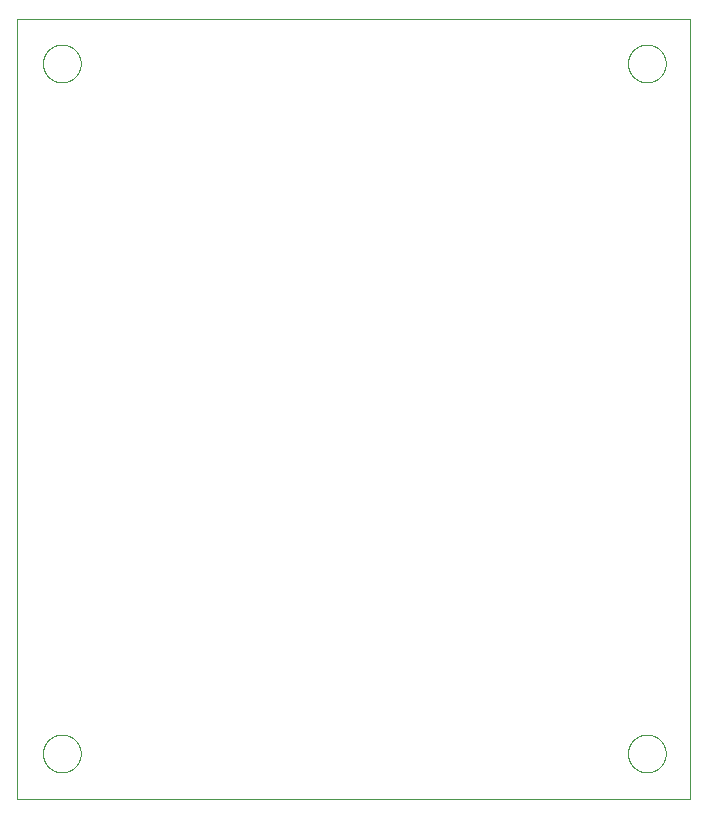
<source format=gtp>
G75*
%MOIN*%
%OFA0B0*%
%FSLAX25Y25*%
%IPPOS*%
%LPD*%
%AMOC8*
5,1,8,0,0,1.08239X$1,22.5*
%
%ADD10C,0.00000*%
D10*
X0001000Y0001000D02*
X0001000Y0260843D01*
X0225409Y0260843D01*
X0225409Y0001000D01*
X0001000Y0001000D01*
X0009701Y0016000D02*
X0009703Y0016158D01*
X0009709Y0016316D01*
X0009719Y0016474D01*
X0009733Y0016632D01*
X0009751Y0016789D01*
X0009772Y0016946D01*
X0009798Y0017102D01*
X0009828Y0017258D01*
X0009861Y0017413D01*
X0009899Y0017566D01*
X0009940Y0017719D01*
X0009985Y0017871D01*
X0010034Y0018022D01*
X0010087Y0018171D01*
X0010143Y0018319D01*
X0010203Y0018465D01*
X0010267Y0018610D01*
X0010335Y0018753D01*
X0010406Y0018895D01*
X0010480Y0019035D01*
X0010558Y0019172D01*
X0010640Y0019308D01*
X0010724Y0019442D01*
X0010813Y0019573D01*
X0010904Y0019702D01*
X0010999Y0019829D01*
X0011096Y0019954D01*
X0011197Y0020076D01*
X0011301Y0020195D01*
X0011408Y0020312D01*
X0011518Y0020426D01*
X0011631Y0020537D01*
X0011746Y0020646D01*
X0011864Y0020751D01*
X0011985Y0020853D01*
X0012108Y0020953D01*
X0012234Y0021049D01*
X0012362Y0021142D01*
X0012492Y0021232D01*
X0012625Y0021318D01*
X0012760Y0021402D01*
X0012896Y0021481D01*
X0013035Y0021558D01*
X0013176Y0021630D01*
X0013318Y0021700D01*
X0013462Y0021765D01*
X0013608Y0021827D01*
X0013755Y0021885D01*
X0013904Y0021940D01*
X0014054Y0021991D01*
X0014205Y0022038D01*
X0014357Y0022081D01*
X0014510Y0022120D01*
X0014665Y0022156D01*
X0014820Y0022187D01*
X0014976Y0022215D01*
X0015132Y0022239D01*
X0015289Y0022259D01*
X0015447Y0022275D01*
X0015604Y0022287D01*
X0015763Y0022295D01*
X0015921Y0022299D01*
X0016079Y0022299D01*
X0016237Y0022295D01*
X0016396Y0022287D01*
X0016553Y0022275D01*
X0016711Y0022259D01*
X0016868Y0022239D01*
X0017024Y0022215D01*
X0017180Y0022187D01*
X0017335Y0022156D01*
X0017490Y0022120D01*
X0017643Y0022081D01*
X0017795Y0022038D01*
X0017946Y0021991D01*
X0018096Y0021940D01*
X0018245Y0021885D01*
X0018392Y0021827D01*
X0018538Y0021765D01*
X0018682Y0021700D01*
X0018824Y0021630D01*
X0018965Y0021558D01*
X0019104Y0021481D01*
X0019240Y0021402D01*
X0019375Y0021318D01*
X0019508Y0021232D01*
X0019638Y0021142D01*
X0019766Y0021049D01*
X0019892Y0020953D01*
X0020015Y0020853D01*
X0020136Y0020751D01*
X0020254Y0020646D01*
X0020369Y0020537D01*
X0020482Y0020426D01*
X0020592Y0020312D01*
X0020699Y0020195D01*
X0020803Y0020076D01*
X0020904Y0019954D01*
X0021001Y0019829D01*
X0021096Y0019702D01*
X0021187Y0019573D01*
X0021276Y0019442D01*
X0021360Y0019308D01*
X0021442Y0019172D01*
X0021520Y0019035D01*
X0021594Y0018895D01*
X0021665Y0018753D01*
X0021733Y0018610D01*
X0021797Y0018465D01*
X0021857Y0018319D01*
X0021913Y0018171D01*
X0021966Y0018022D01*
X0022015Y0017871D01*
X0022060Y0017719D01*
X0022101Y0017566D01*
X0022139Y0017413D01*
X0022172Y0017258D01*
X0022202Y0017102D01*
X0022228Y0016946D01*
X0022249Y0016789D01*
X0022267Y0016632D01*
X0022281Y0016474D01*
X0022291Y0016316D01*
X0022297Y0016158D01*
X0022299Y0016000D01*
X0022297Y0015842D01*
X0022291Y0015684D01*
X0022281Y0015526D01*
X0022267Y0015368D01*
X0022249Y0015211D01*
X0022228Y0015054D01*
X0022202Y0014898D01*
X0022172Y0014742D01*
X0022139Y0014587D01*
X0022101Y0014434D01*
X0022060Y0014281D01*
X0022015Y0014129D01*
X0021966Y0013978D01*
X0021913Y0013829D01*
X0021857Y0013681D01*
X0021797Y0013535D01*
X0021733Y0013390D01*
X0021665Y0013247D01*
X0021594Y0013105D01*
X0021520Y0012965D01*
X0021442Y0012828D01*
X0021360Y0012692D01*
X0021276Y0012558D01*
X0021187Y0012427D01*
X0021096Y0012298D01*
X0021001Y0012171D01*
X0020904Y0012046D01*
X0020803Y0011924D01*
X0020699Y0011805D01*
X0020592Y0011688D01*
X0020482Y0011574D01*
X0020369Y0011463D01*
X0020254Y0011354D01*
X0020136Y0011249D01*
X0020015Y0011147D01*
X0019892Y0011047D01*
X0019766Y0010951D01*
X0019638Y0010858D01*
X0019508Y0010768D01*
X0019375Y0010682D01*
X0019240Y0010598D01*
X0019104Y0010519D01*
X0018965Y0010442D01*
X0018824Y0010370D01*
X0018682Y0010300D01*
X0018538Y0010235D01*
X0018392Y0010173D01*
X0018245Y0010115D01*
X0018096Y0010060D01*
X0017946Y0010009D01*
X0017795Y0009962D01*
X0017643Y0009919D01*
X0017490Y0009880D01*
X0017335Y0009844D01*
X0017180Y0009813D01*
X0017024Y0009785D01*
X0016868Y0009761D01*
X0016711Y0009741D01*
X0016553Y0009725D01*
X0016396Y0009713D01*
X0016237Y0009705D01*
X0016079Y0009701D01*
X0015921Y0009701D01*
X0015763Y0009705D01*
X0015604Y0009713D01*
X0015447Y0009725D01*
X0015289Y0009741D01*
X0015132Y0009761D01*
X0014976Y0009785D01*
X0014820Y0009813D01*
X0014665Y0009844D01*
X0014510Y0009880D01*
X0014357Y0009919D01*
X0014205Y0009962D01*
X0014054Y0010009D01*
X0013904Y0010060D01*
X0013755Y0010115D01*
X0013608Y0010173D01*
X0013462Y0010235D01*
X0013318Y0010300D01*
X0013176Y0010370D01*
X0013035Y0010442D01*
X0012896Y0010519D01*
X0012760Y0010598D01*
X0012625Y0010682D01*
X0012492Y0010768D01*
X0012362Y0010858D01*
X0012234Y0010951D01*
X0012108Y0011047D01*
X0011985Y0011147D01*
X0011864Y0011249D01*
X0011746Y0011354D01*
X0011631Y0011463D01*
X0011518Y0011574D01*
X0011408Y0011688D01*
X0011301Y0011805D01*
X0011197Y0011924D01*
X0011096Y0012046D01*
X0010999Y0012171D01*
X0010904Y0012298D01*
X0010813Y0012427D01*
X0010724Y0012558D01*
X0010640Y0012692D01*
X0010558Y0012828D01*
X0010480Y0012965D01*
X0010406Y0013105D01*
X0010335Y0013247D01*
X0010267Y0013390D01*
X0010203Y0013535D01*
X0010143Y0013681D01*
X0010087Y0013829D01*
X0010034Y0013978D01*
X0009985Y0014129D01*
X0009940Y0014281D01*
X0009899Y0014434D01*
X0009861Y0014587D01*
X0009828Y0014742D01*
X0009798Y0014898D01*
X0009772Y0015054D01*
X0009751Y0015211D01*
X0009733Y0015368D01*
X0009719Y0015526D01*
X0009709Y0015684D01*
X0009703Y0015842D01*
X0009701Y0016000D01*
X0009701Y0246000D02*
X0009703Y0246158D01*
X0009709Y0246316D01*
X0009719Y0246474D01*
X0009733Y0246632D01*
X0009751Y0246789D01*
X0009772Y0246946D01*
X0009798Y0247102D01*
X0009828Y0247258D01*
X0009861Y0247413D01*
X0009899Y0247566D01*
X0009940Y0247719D01*
X0009985Y0247871D01*
X0010034Y0248022D01*
X0010087Y0248171D01*
X0010143Y0248319D01*
X0010203Y0248465D01*
X0010267Y0248610D01*
X0010335Y0248753D01*
X0010406Y0248895D01*
X0010480Y0249035D01*
X0010558Y0249172D01*
X0010640Y0249308D01*
X0010724Y0249442D01*
X0010813Y0249573D01*
X0010904Y0249702D01*
X0010999Y0249829D01*
X0011096Y0249954D01*
X0011197Y0250076D01*
X0011301Y0250195D01*
X0011408Y0250312D01*
X0011518Y0250426D01*
X0011631Y0250537D01*
X0011746Y0250646D01*
X0011864Y0250751D01*
X0011985Y0250853D01*
X0012108Y0250953D01*
X0012234Y0251049D01*
X0012362Y0251142D01*
X0012492Y0251232D01*
X0012625Y0251318D01*
X0012760Y0251402D01*
X0012896Y0251481D01*
X0013035Y0251558D01*
X0013176Y0251630D01*
X0013318Y0251700D01*
X0013462Y0251765D01*
X0013608Y0251827D01*
X0013755Y0251885D01*
X0013904Y0251940D01*
X0014054Y0251991D01*
X0014205Y0252038D01*
X0014357Y0252081D01*
X0014510Y0252120D01*
X0014665Y0252156D01*
X0014820Y0252187D01*
X0014976Y0252215D01*
X0015132Y0252239D01*
X0015289Y0252259D01*
X0015447Y0252275D01*
X0015604Y0252287D01*
X0015763Y0252295D01*
X0015921Y0252299D01*
X0016079Y0252299D01*
X0016237Y0252295D01*
X0016396Y0252287D01*
X0016553Y0252275D01*
X0016711Y0252259D01*
X0016868Y0252239D01*
X0017024Y0252215D01*
X0017180Y0252187D01*
X0017335Y0252156D01*
X0017490Y0252120D01*
X0017643Y0252081D01*
X0017795Y0252038D01*
X0017946Y0251991D01*
X0018096Y0251940D01*
X0018245Y0251885D01*
X0018392Y0251827D01*
X0018538Y0251765D01*
X0018682Y0251700D01*
X0018824Y0251630D01*
X0018965Y0251558D01*
X0019104Y0251481D01*
X0019240Y0251402D01*
X0019375Y0251318D01*
X0019508Y0251232D01*
X0019638Y0251142D01*
X0019766Y0251049D01*
X0019892Y0250953D01*
X0020015Y0250853D01*
X0020136Y0250751D01*
X0020254Y0250646D01*
X0020369Y0250537D01*
X0020482Y0250426D01*
X0020592Y0250312D01*
X0020699Y0250195D01*
X0020803Y0250076D01*
X0020904Y0249954D01*
X0021001Y0249829D01*
X0021096Y0249702D01*
X0021187Y0249573D01*
X0021276Y0249442D01*
X0021360Y0249308D01*
X0021442Y0249172D01*
X0021520Y0249035D01*
X0021594Y0248895D01*
X0021665Y0248753D01*
X0021733Y0248610D01*
X0021797Y0248465D01*
X0021857Y0248319D01*
X0021913Y0248171D01*
X0021966Y0248022D01*
X0022015Y0247871D01*
X0022060Y0247719D01*
X0022101Y0247566D01*
X0022139Y0247413D01*
X0022172Y0247258D01*
X0022202Y0247102D01*
X0022228Y0246946D01*
X0022249Y0246789D01*
X0022267Y0246632D01*
X0022281Y0246474D01*
X0022291Y0246316D01*
X0022297Y0246158D01*
X0022299Y0246000D01*
X0022297Y0245842D01*
X0022291Y0245684D01*
X0022281Y0245526D01*
X0022267Y0245368D01*
X0022249Y0245211D01*
X0022228Y0245054D01*
X0022202Y0244898D01*
X0022172Y0244742D01*
X0022139Y0244587D01*
X0022101Y0244434D01*
X0022060Y0244281D01*
X0022015Y0244129D01*
X0021966Y0243978D01*
X0021913Y0243829D01*
X0021857Y0243681D01*
X0021797Y0243535D01*
X0021733Y0243390D01*
X0021665Y0243247D01*
X0021594Y0243105D01*
X0021520Y0242965D01*
X0021442Y0242828D01*
X0021360Y0242692D01*
X0021276Y0242558D01*
X0021187Y0242427D01*
X0021096Y0242298D01*
X0021001Y0242171D01*
X0020904Y0242046D01*
X0020803Y0241924D01*
X0020699Y0241805D01*
X0020592Y0241688D01*
X0020482Y0241574D01*
X0020369Y0241463D01*
X0020254Y0241354D01*
X0020136Y0241249D01*
X0020015Y0241147D01*
X0019892Y0241047D01*
X0019766Y0240951D01*
X0019638Y0240858D01*
X0019508Y0240768D01*
X0019375Y0240682D01*
X0019240Y0240598D01*
X0019104Y0240519D01*
X0018965Y0240442D01*
X0018824Y0240370D01*
X0018682Y0240300D01*
X0018538Y0240235D01*
X0018392Y0240173D01*
X0018245Y0240115D01*
X0018096Y0240060D01*
X0017946Y0240009D01*
X0017795Y0239962D01*
X0017643Y0239919D01*
X0017490Y0239880D01*
X0017335Y0239844D01*
X0017180Y0239813D01*
X0017024Y0239785D01*
X0016868Y0239761D01*
X0016711Y0239741D01*
X0016553Y0239725D01*
X0016396Y0239713D01*
X0016237Y0239705D01*
X0016079Y0239701D01*
X0015921Y0239701D01*
X0015763Y0239705D01*
X0015604Y0239713D01*
X0015447Y0239725D01*
X0015289Y0239741D01*
X0015132Y0239761D01*
X0014976Y0239785D01*
X0014820Y0239813D01*
X0014665Y0239844D01*
X0014510Y0239880D01*
X0014357Y0239919D01*
X0014205Y0239962D01*
X0014054Y0240009D01*
X0013904Y0240060D01*
X0013755Y0240115D01*
X0013608Y0240173D01*
X0013462Y0240235D01*
X0013318Y0240300D01*
X0013176Y0240370D01*
X0013035Y0240442D01*
X0012896Y0240519D01*
X0012760Y0240598D01*
X0012625Y0240682D01*
X0012492Y0240768D01*
X0012362Y0240858D01*
X0012234Y0240951D01*
X0012108Y0241047D01*
X0011985Y0241147D01*
X0011864Y0241249D01*
X0011746Y0241354D01*
X0011631Y0241463D01*
X0011518Y0241574D01*
X0011408Y0241688D01*
X0011301Y0241805D01*
X0011197Y0241924D01*
X0011096Y0242046D01*
X0010999Y0242171D01*
X0010904Y0242298D01*
X0010813Y0242427D01*
X0010724Y0242558D01*
X0010640Y0242692D01*
X0010558Y0242828D01*
X0010480Y0242965D01*
X0010406Y0243105D01*
X0010335Y0243247D01*
X0010267Y0243390D01*
X0010203Y0243535D01*
X0010143Y0243681D01*
X0010087Y0243829D01*
X0010034Y0243978D01*
X0009985Y0244129D01*
X0009940Y0244281D01*
X0009899Y0244434D01*
X0009861Y0244587D01*
X0009828Y0244742D01*
X0009798Y0244898D01*
X0009772Y0245054D01*
X0009751Y0245211D01*
X0009733Y0245368D01*
X0009719Y0245526D01*
X0009709Y0245684D01*
X0009703Y0245842D01*
X0009701Y0246000D01*
X0204701Y0246000D02*
X0204703Y0246158D01*
X0204709Y0246316D01*
X0204719Y0246474D01*
X0204733Y0246632D01*
X0204751Y0246789D01*
X0204772Y0246946D01*
X0204798Y0247102D01*
X0204828Y0247258D01*
X0204861Y0247413D01*
X0204899Y0247566D01*
X0204940Y0247719D01*
X0204985Y0247871D01*
X0205034Y0248022D01*
X0205087Y0248171D01*
X0205143Y0248319D01*
X0205203Y0248465D01*
X0205267Y0248610D01*
X0205335Y0248753D01*
X0205406Y0248895D01*
X0205480Y0249035D01*
X0205558Y0249172D01*
X0205640Y0249308D01*
X0205724Y0249442D01*
X0205813Y0249573D01*
X0205904Y0249702D01*
X0205999Y0249829D01*
X0206096Y0249954D01*
X0206197Y0250076D01*
X0206301Y0250195D01*
X0206408Y0250312D01*
X0206518Y0250426D01*
X0206631Y0250537D01*
X0206746Y0250646D01*
X0206864Y0250751D01*
X0206985Y0250853D01*
X0207108Y0250953D01*
X0207234Y0251049D01*
X0207362Y0251142D01*
X0207492Y0251232D01*
X0207625Y0251318D01*
X0207760Y0251402D01*
X0207896Y0251481D01*
X0208035Y0251558D01*
X0208176Y0251630D01*
X0208318Y0251700D01*
X0208462Y0251765D01*
X0208608Y0251827D01*
X0208755Y0251885D01*
X0208904Y0251940D01*
X0209054Y0251991D01*
X0209205Y0252038D01*
X0209357Y0252081D01*
X0209510Y0252120D01*
X0209665Y0252156D01*
X0209820Y0252187D01*
X0209976Y0252215D01*
X0210132Y0252239D01*
X0210289Y0252259D01*
X0210447Y0252275D01*
X0210604Y0252287D01*
X0210763Y0252295D01*
X0210921Y0252299D01*
X0211079Y0252299D01*
X0211237Y0252295D01*
X0211396Y0252287D01*
X0211553Y0252275D01*
X0211711Y0252259D01*
X0211868Y0252239D01*
X0212024Y0252215D01*
X0212180Y0252187D01*
X0212335Y0252156D01*
X0212490Y0252120D01*
X0212643Y0252081D01*
X0212795Y0252038D01*
X0212946Y0251991D01*
X0213096Y0251940D01*
X0213245Y0251885D01*
X0213392Y0251827D01*
X0213538Y0251765D01*
X0213682Y0251700D01*
X0213824Y0251630D01*
X0213965Y0251558D01*
X0214104Y0251481D01*
X0214240Y0251402D01*
X0214375Y0251318D01*
X0214508Y0251232D01*
X0214638Y0251142D01*
X0214766Y0251049D01*
X0214892Y0250953D01*
X0215015Y0250853D01*
X0215136Y0250751D01*
X0215254Y0250646D01*
X0215369Y0250537D01*
X0215482Y0250426D01*
X0215592Y0250312D01*
X0215699Y0250195D01*
X0215803Y0250076D01*
X0215904Y0249954D01*
X0216001Y0249829D01*
X0216096Y0249702D01*
X0216187Y0249573D01*
X0216276Y0249442D01*
X0216360Y0249308D01*
X0216442Y0249172D01*
X0216520Y0249035D01*
X0216594Y0248895D01*
X0216665Y0248753D01*
X0216733Y0248610D01*
X0216797Y0248465D01*
X0216857Y0248319D01*
X0216913Y0248171D01*
X0216966Y0248022D01*
X0217015Y0247871D01*
X0217060Y0247719D01*
X0217101Y0247566D01*
X0217139Y0247413D01*
X0217172Y0247258D01*
X0217202Y0247102D01*
X0217228Y0246946D01*
X0217249Y0246789D01*
X0217267Y0246632D01*
X0217281Y0246474D01*
X0217291Y0246316D01*
X0217297Y0246158D01*
X0217299Y0246000D01*
X0217297Y0245842D01*
X0217291Y0245684D01*
X0217281Y0245526D01*
X0217267Y0245368D01*
X0217249Y0245211D01*
X0217228Y0245054D01*
X0217202Y0244898D01*
X0217172Y0244742D01*
X0217139Y0244587D01*
X0217101Y0244434D01*
X0217060Y0244281D01*
X0217015Y0244129D01*
X0216966Y0243978D01*
X0216913Y0243829D01*
X0216857Y0243681D01*
X0216797Y0243535D01*
X0216733Y0243390D01*
X0216665Y0243247D01*
X0216594Y0243105D01*
X0216520Y0242965D01*
X0216442Y0242828D01*
X0216360Y0242692D01*
X0216276Y0242558D01*
X0216187Y0242427D01*
X0216096Y0242298D01*
X0216001Y0242171D01*
X0215904Y0242046D01*
X0215803Y0241924D01*
X0215699Y0241805D01*
X0215592Y0241688D01*
X0215482Y0241574D01*
X0215369Y0241463D01*
X0215254Y0241354D01*
X0215136Y0241249D01*
X0215015Y0241147D01*
X0214892Y0241047D01*
X0214766Y0240951D01*
X0214638Y0240858D01*
X0214508Y0240768D01*
X0214375Y0240682D01*
X0214240Y0240598D01*
X0214104Y0240519D01*
X0213965Y0240442D01*
X0213824Y0240370D01*
X0213682Y0240300D01*
X0213538Y0240235D01*
X0213392Y0240173D01*
X0213245Y0240115D01*
X0213096Y0240060D01*
X0212946Y0240009D01*
X0212795Y0239962D01*
X0212643Y0239919D01*
X0212490Y0239880D01*
X0212335Y0239844D01*
X0212180Y0239813D01*
X0212024Y0239785D01*
X0211868Y0239761D01*
X0211711Y0239741D01*
X0211553Y0239725D01*
X0211396Y0239713D01*
X0211237Y0239705D01*
X0211079Y0239701D01*
X0210921Y0239701D01*
X0210763Y0239705D01*
X0210604Y0239713D01*
X0210447Y0239725D01*
X0210289Y0239741D01*
X0210132Y0239761D01*
X0209976Y0239785D01*
X0209820Y0239813D01*
X0209665Y0239844D01*
X0209510Y0239880D01*
X0209357Y0239919D01*
X0209205Y0239962D01*
X0209054Y0240009D01*
X0208904Y0240060D01*
X0208755Y0240115D01*
X0208608Y0240173D01*
X0208462Y0240235D01*
X0208318Y0240300D01*
X0208176Y0240370D01*
X0208035Y0240442D01*
X0207896Y0240519D01*
X0207760Y0240598D01*
X0207625Y0240682D01*
X0207492Y0240768D01*
X0207362Y0240858D01*
X0207234Y0240951D01*
X0207108Y0241047D01*
X0206985Y0241147D01*
X0206864Y0241249D01*
X0206746Y0241354D01*
X0206631Y0241463D01*
X0206518Y0241574D01*
X0206408Y0241688D01*
X0206301Y0241805D01*
X0206197Y0241924D01*
X0206096Y0242046D01*
X0205999Y0242171D01*
X0205904Y0242298D01*
X0205813Y0242427D01*
X0205724Y0242558D01*
X0205640Y0242692D01*
X0205558Y0242828D01*
X0205480Y0242965D01*
X0205406Y0243105D01*
X0205335Y0243247D01*
X0205267Y0243390D01*
X0205203Y0243535D01*
X0205143Y0243681D01*
X0205087Y0243829D01*
X0205034Y0243978D01*
X0204985Y0244129D01*
X0204940Y0244281D01*
X0204899Y0244434D01*
X0204861Y0244587D01*
X0204828Y0244742D01*
X0204798Y0244898D01*
X0204772Y0245054D01*
X0204751Y0245211D01*
X0204733Y0245368D01*
X0204719Y0245526D01*
X0204709Y0245684D01*
X0204703Y0245842D01*
X0204701Y0246000D01*
X0204701Y0016000D02*
X0204703Y0016158D01*
X0204709Y0016316D01*
X0204719Y0016474D01*
X0204733Y0016632D01*
X0204751Y0016789D01*
X0204772Y0016946D01*
X0204798Y0017102D01*
X0204828Y0017258D01*
X0204861Y0017413D01*
X0204899Y0017566D01*
X0204940Y0017719D01*
X0204985Y0017871D01*
X0205034Y0018022D01*
X0205087Y0018171D01*
X0205143Y0018319D01*
X0205203Y0018465D01*
X0205267Y0018610D01*
X0205335Y0018753D01*
X0205406Y0018895D01*
X0205480Y0019035D01*
X0205558Y0019172D01*
X0205640Y0019308D01*
X0205724Y0019442D01*
X0205813Y0019573D01*
X0205904Y0019702D01*
X0205999Y0019829D01*
X0206096Y0019954D01*
X0206197Y0020076D01*
X0206301Y0020195D01*
X0206408Y0020312D01*
X0206518Y0020426D01*
X0206631Y0020537D01*
X0206746Y0020646D01*
X0206864Y0020751D01*
X0206985Y0020853D01*
X0207108Y0020953D01*
X0207234Y0021049D01*
X0207362Y0021142D01*
X0207492Y0021232D01*
X0207625Y0021318D01*
X0207760Y0021402D01*
X0207896Y0021481D01*
X0208035Y0021558D01*
X0208176Y0021630D01*
X0208318Y0021700D01*
X0208462Y0021765D01*
X0208608Y0021827D01*
X0208755Y0021885D01*
X0208904Y0021940D01*
X0209054Y0021991D01*
X0209205Y0022038D01*
X0209357Y0022081D01*
X0209510Y0022120D01*
X0209665Y0022156D01*
X0209820Y0022187D01*
X0209976Y0022215D01*
X0210132Y0022239D01*
X0210289Y0022259D01*
X0210447Y0022275D01*
X0210604Y0022287D01*
X0210763Y0022295D01*
X0210921Y0022299D01*
X0211079Y0022299D01*
X0211237Y0022295D01*
X0211396Y0022287D01*
X0211553Y0022275D01*
X0211711Y0022259D01*
X0211868Y0022239D01*
X0212024Y0022215D01*
X0212180Y0022187D01*
X0212335Y0022156D01*
X0212490Y0022120D01*
X0212643Y0022081D01*
X0212795Y0022038D01*
X0212946Y0021991D01*
X0213096Y0021940D01*
X0213245Y0021885D01*
X0213392Y0021827D01*
X0213538Y0021765D01*
X0213682Y0021700D01*
X0213824Y0021630D01*
X0213965Y0021558D01*
X0214104Y0021481D01*
X0214240Y0021402D01*
X0214375Y0021318D01*
X0214508Y0021232D01*
X0214638Y0021142D01*
X0214766Y0021049D01*
X0214892Y0020953D01*
X0215015Y0020853D01*
X0215136Y0020751D01*
X0215254Y0020646D01*
X0215369Y0020537D01*
X0215482Y0020426D01*
X0215592Y0020312D01*
X0215699Y0020195D01*
X0215803Y0020076D01*
X0215904Y0019954D01*
X0216001Y0019829D01*
X0216096Y0019702D01*
X0216187Y0019573D01*
X0216276Y0019442D01*
X0216360Y0019308D01*
X0216442Y0019172D01*
X0216520Y0019035D01*
X0216594Y0018895D01*
X0216665Y0018753D01*
X0216733Y0018610D01*
X0216797Y0018465D01*
X0216857Y0018319D01*
X0216913Y0018171D01*
X0216966Y0018022D01*
X0217015Y0017871D01*
X0217060Y0017719D01*
X0217101Y0017566D01*
X0217139Y0017413D01*
X0217172Y0017258D01*
X0217202Y0017102D01*
X0217228Y0016946D01*
X0217249Y0016789D01*
X0217267Y0016632D01*
X0217281Y0016474D01*
X0217291Y0016316D01*
X0217297Y0016158D01*
X0217299Y0016000D01*
X0217297Y0015842D01*
X0217291Y0015684D01*
X0217281Y0015526D01*
X0217267Y0015368D01*
X0217249Y0015211D01*
X0217228Y0015054D01*
X0217202Y0014898D01*
X0217172Y0014742D01*
X0217139Y0014587D01*
X0217101Y0014434D01*
X0217060Y0014281D01*
X0217015Y0014129D01*
X0216966Y0013978D01*
X0216913Y0013829D01*
X0216857Y0013681D01*
X0216797Y0013535D01*
X0216733Y0013390D01*
X0216665Y0013247D01*
X0216594Y0013105D01*
X0216520Y0012965D01*
X0216442Y0012828D01*
X0216360Y0012692D01*
X0216276Y0012558D01*
X0216187Y0012427D01*
X0216096Y0012298D01*
X0216001Y0012171D01*
X0215904Y0012046D01*
X0215803Y0011924D01*
X0215699Y0011805D01*
X0215592Y0011688D01*
X0215482Y0011574D01*
X0215369Y0011463D01*
X0215254Y0011354D01*
X0215136Y0011249D01*
X0215015Y0011147D01*
X0214892Y0011047D01*
X0214766Y0010951D01*
X0214638Y0010858D01*
X0214508Y0010768D01*
X0214375Y0010682D01*
X0214240Y0010598D01*
X0214104Y0010519D01*
X0213965Y0010442D01*
X0213824Y0010370D01*
X0213682Y0010300D01*
X0213538Y0010235D01*
X0213392Y0010173D01*
X0213245Y0010115D01*
X0213096Y0010060D01*
X0212946Y0010009D01*
X0212795Y0009962D01*
X0212643Y0009919D01*
X0212490Y0009880D01*
X0212335Y0009844D01*
X0212180Y0009813D01*
X0212024Y0009785D01*
X0211868Y0009761D01*
X0211711Y0009741D01*
X0211553Y0009725D01*
X0211396Y0009713D01*
X0211237Y0009705D01*
X0211079Y0009701D01*
X0210921Y0009701D01*
X0210763Y0009705D01*
X0210604Y0009713D01*
X0210447Y0009725D01*
X0210289Y0009741D01*
X0210132Y0009761D01*
X0209976Y0009785D01*
X0209820Y0009813D01*
X0209665Y0009844D01*
X0209510Y0009880D01*
X0209357Y0009919D01*
X0209205Y0009962D01*
X0209054Y0010009D01*
X0208904Y0010060D01*
X0208755Y0010115D01*
X0208608Y0010173D01*
X0208462Y0010235D01*
X0208318Y0010300D01*
X0208176Y0010370D01*
X0208035Y0010442D01*
X0207896Y0010519D01*
X0207760Y0010598D01*
X0207625Y0010682D01*
X0207492Y0010768D01*
X0207362Y0010858D01*
X0207234Y0010951D01*
X0207108Y0011047D01*
X0206985Y0011147D01*
X0206864Y0011249D01*
X0206746Y0011354D01*
X0206631Y0011463D01*
X0206518Y0011574D01*
X0206408Y0011688D01*
X0206301Y0011805D01*
X0206197Y0011924D01*
X0206096Y0012046D01*
X0205999Y0012171D01*
X0205904Y0012298D01*
X0205813Y0012427D01*
X0205724Y0012558D01*
X0205640Y0012692D01*
X0205558Y0012828D01*
X0205480Y0012965D01*
X0205406Y0013105D01*
X0205335Y0013247D01*
X0205267Y0013390D01*
X0205203Y0013535D01*
X0205143Y0013681D01*
X0205087Y0013829D01*
X0205034Y0013978D01*
X0204985Y0014129D01*
X0204940Y0014281D01*
X0204899Y0014434D01*
X0204861Y0014587D01*
X0204828Y0014742D01*
X0204798Y0014898D01*
X0204772Y0015054D01*
X0204751Y0015211D01*
X0204733Y0015368D01*
X0204719Y0015526D01*
X0204709Y0015684D01*
X0204703Y0015842D01*
X0204701Y0016000D01*
M02*

</source>
